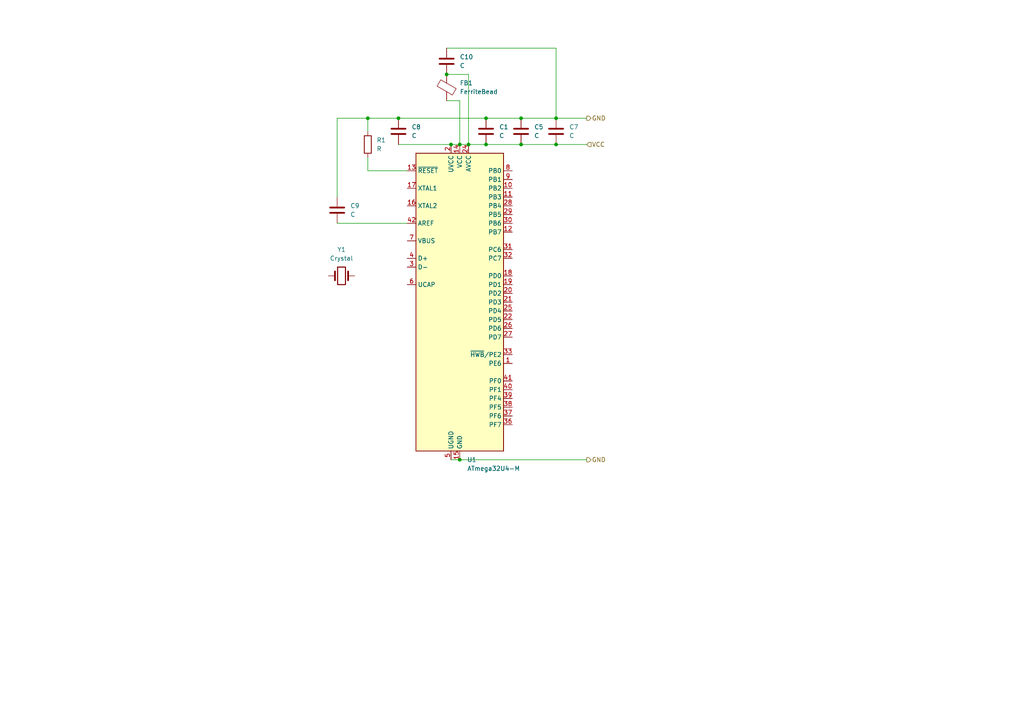
<source format=kicad_sch>
(kicad_sch (version 20250114) (generator "eeschema") (generator_version "9.0")
  (paper "A4")
  (title_block (title "A2SDI12") (date "2024-12-21") (rev "1"))
  (lib_symbols
    (symbol "Device:C" (pin_numbers (hide yes)) (pin_names (offset 0.254))
      (property "Reference" "C" (at 0.635 2.54 0))
      (property "Value" "C" (at 0.635 -2.54 0))
      (symbol "C_0_1"
        (polyline (pts (xy -2.032 0.762) (xy 2.032 0.762)) (stroke (width 0.508)))
        (polyline (pts (xy -2.032 -0.762) (xy 2.032 -0.762)) (stroke (width 0.508)))
      )
      (symbol "C_1_1"
        (pin passive line (at 0 3.81 270) (length 2.794) (name "~") (number "1"))
        (pin passive line (at 0 -3.81 90) (length 2.794) (name "~") (number "2"))
      )
    )
    (symbol "Device:Crystal" (pin_numbers (hide yes)) (pin_names (offset 1.016) (hide yes))
      (property "Reference" "Y" (at 0 3.81 0))
      (property "Value" "Crystal" (at 0 -3.81 0))
      (symbol "Crystal_0_1"
        (polyline (pts (xy -2.54 0) (xy -1.905 0)))
        (polyline (pts (xy -1.905 -1.27) (xy -1.905 1.27)) (stroke (width 0.508)))
        (rectangle (start -1.143 2.54) (end 1.143 -2.54) (stroke (width 0.3048)))
        (polyline (pts (xy 1.905 -1.27) (xy 1.905 1.27)) (stroke (width 0.508)))
        (polyline (pts (xy 2.54 0) (xy 1.905 0)))
      )
      (symbol "Crystal_1_1"
        (pin passive line (at -3.81 0 0) (length 1.27) (name "1") (number "1"))
        (pin passive line (at 3.81 0 180) (length 1.27) (name "2") (number "2"))
      )
    )
    (symbol "Device:FerriteBead" (pin_numbers (hide yes)) (pin_names (offset 0))
      (property "Reference" "FB" (at -3.81 0.635 90))
      (property "Value" "FerriteBead" (at 3.81 0 90))
      (symbol "FerriteBead_0_1"
        (polyline (pts (xy -2.7686 0.4064) (xy -1.7018 2.2606) (xy 2.7686 -0.3048) (xy 1.6764 -2.159) (xy -2.7686 0.4064)))
        (polyline (pts (xy 0 1.27) (xy 0 1.2954)))
        (polyline (pts (xy 0 -1.27) (xy 0 -1.2192)))
      )
      (symbol "FerriteBead_1_1"
        (pin passive line (at 0 3.81 270) (length 2.54) (name "~") (number "1"))
        (pin passive line (at 0 -3.81 90) (length 2.54) (name "~") (number "2"))
      )
    )
    (symbol "Device:R" (pin_numbers (hide yes)) (pin_names (offset 0))
      (property "Reference" "R" (at 2.032 0 90))
      (property "Value" "R" (at 0 0 90))
      (symbol "R_0_1"
        (rectangle (start -1.016 -2.54) (end 1.016 2.54) (stroke (width 0.254)))
      )
      (symbol "R_1_1"
        (pin passive line (at 0 3.81 270) (length 1.27) (name "~") (number "1"))
        (pin passive line (at 0 -3.81 90) (length 1.27) (name "~") (number "2"))
      )
    )
    (symbol "MCU_Microchip_ATmega:ATmega32U4-M"
      (property "Reference" "U" (at -12.7 44.45 0))
      (property "Value" "ATmega32U4-M" (at 2.54 -44.45 0))
      (symbol "ATmega32U4-M_0_1"
        (rectangle (start -12.7 -43.18) (end 12.7 43.18) (stroke (width 0.254)) (fill (type background)))
      )
      (symbol "ATmega32U4-M_1_1"
        (pin input line (at -15.24 38.1 0) (length 2.54) (name "~{RESET}") (number "13"))
        (pin input line (at -15.24 33.02 0) (length 2.54) (name "XTAL1") (number "17"))
        (pin output line (at -15.24 27.94 0) (length 2.54) (name "XTAL2") (number "16"))
        (pin passive line (at -15.24 22.86 0) (length 2.54) (name "AREF") (number "42"))
        (pin input line (at -15.24 17.78 0) (length 2.54) (name "VBUS") (number "7"))
        (pin bidirectional line (at -15.24 12.7 0) (length 2.54) (name "D+") (number "4"))
        (pin bidirectional line (at -15.24 10.16 0) (length 2.54) (name "D-") (number "3"))
        (pin passive line (at -15.24 5.08 0) (length 2.54) (name "UCAP") (number "6"))
        (pin power_in line (at -2.54 45.72 270) (length 2.54) (name "UVCC") (number "2"))
        (pin passive line (at -2.54 -45.72 90) (length 2.54) (name "UGND") (number "5"))
        (pin power_in line (at 0 45.72 270) (length 2.54) (name "VCC") (number "14"))
        (pin passive line (at 0 45.72 270) (length 2.54) (hide yes) (name "VCC") (number "34"))
        (pin power_in line (at 0 -45.72 90) (length 2.54) (name "GND") (number "15"))
        (pin passive line (at 0 -45.72 90) (length 2.54) (hide yes) (name "GND") (number "23"))
        (pin passive line (at 0 -45.72 90) (length 2.54) (hide yes) (name "GND") (number "35"))
        (pin passive line (at 0 -45.72 90) (length 2.54) (hide yes) (name "GND") (number "43"))
        (pin passive line (at 0 -45.72 90) (length 2.54) (hide yes) (name "GND") (number "45"))
        (pin power_in line (at 2.54 45.72 270) (length 2.54) (name "AVCC") (number "24"))
        (pin passive line (at 2.54 45.72 270) (length 2.54) (hide yes) (name "AVCC") (number "44"))
        (pin bidirectional line (at 15.24 38.1 180) (length 2.54) (name "PB0") (number "8"))
        (pin bidirectional line (at 15.24 35.56 180) (length 2.54) (name "PB1") (number "9"))
        (pin bidirectional line (at 15.24 33.02 180) (length 2.54) (name "PB2") (number "10"))
        (pin bidirectional line (at 15.24 30.48 180) (length 2.54) (name "PB3") (number "11"))
        (pin bidirectional line (at 15.24 27.94 180) (length 2.54) (name "PB4") (number "28"))
        (pin bidirectional line (at 15.24 25.4 180) (length 2.54) (name "PB5") (number "29"))
        (pin bidirectional line (at 15.24 22.86 180) (length 2.54) (name "PB6") (number "30"))
        (pin bidirectional line (at 15.24 20.32 180) (length 2.54) (name "PB7") (number "12"))
        (pin bidirectional line (at 15.24 15.24 180) (length 2.54) (name "PC6") (number "31"))
        (pin bidirectional line (at 15.24 12.7 180) (length 2.54) (name "PC7") (number "32"))
        (pin bidirectional line (at 15.24 7.62 180) (length 2.54) (name "PD0") (number "18"))
        (pin bidirectional line (at 15.24 5.08 180) (length 2.54) (name "PD1") (number "19"))
        (pin bidirectional line (at 15.24 2.54 180) (length 2.54) (name "PD2") (number "20"))
        (pin bidirectional line (at 15.24 0 180) (length 2.54) (name "PD3") (number "21"))
        (pin bidirectional line (at 15.24 -2.54 180) (length 2.54) (name "PD4") (number "25"))
        (pin bidirectional line (at 15.24 -5.08 180) (length 2.54) (name "PD5") (number "22"))
        (pin bidirectional line (at 15.24 -7.62 180) (length 2.54) (name "PD6") (number "26"))
        (pin bidirectional line (at 15.24 -10.16 180) (length 2.54) (name "PD7") (number "27"))
        (pin bidirectional line (at 15.24 -15.24 180) (length 2.54) (name "~{HWB}/PE2") (number "33"))
        (pin bidirectional line (at 15.24 -17.78 180) (length 2.54) (name "PE6") (number "1"))
        (pin bidirectional line (at 15.24 -22.86 180) (length 2.54) (name "PF0") (number "41"))
        (pin bidirectional line (at 15.24 -25.4 180) (length 2.54) (name "PF1") (number "40"))
        (pin bidirectional line (at 15.24 -27.94 180) (length 2.54) (name "PF4") (number "39"))
        (pin bidirectional line (at 15.24 -30.48 180) (length 2.54) (name "PF5") (number "38"))
        (pin bidirectional line (at 15.24 -33.02 180) (length 2.54) (name "PF6") (number "37"))
        (pin bidirectional line (at 15.24 -35.56 180) (length 2.54) (name "PF7") (number "36"))
      )
    )
  )
  (junction (at 140.97 34.29))
  (junction (at 151.13 34.29))
  (junction (at 140.97 41.91))
  (junction (at 133.35 41.91))
  (junction (at 161.29 41.91))
  (junction (at 130.81 41.91))
  (junction (at 106.68 34.29))
  (junction (at 133.35 133.35))
  (junction (at 151.13 41.91))
  (junction (at 115.57 34.29))
  (junction (at 161.29 34.29))
  (junction (at 129.54 21.59))
  (junction (at 135.89 41.91))
  (wire (pts (xy 106.68 34.29) (xy 115.57 34.29)))
  (wire (pts (xy 115.57 34.29) (xy 140.97 34.29)))
  (wire (pts (xy 97.79 34.29) (xy 106.68 34.29)))
  (wire (pts (xy 133.35 41.91) (xy 135.89 41.91)))
  (wire (pts (xy 129.54 13.97) (xy 161.29 13.97)))
  (wire (pts (xy 140.97 34.29) (xy 151.13 34.29)))
  (wire (pts (xy 140.97 41.91) (xy 151.13 41.91)))
  (wire (pts (xy 135.89 41.91) (xy 140.97 41.91)))
  (wire (pts (xy 129.54 21.59) (xy 135.89 21.59)))
  (wire (pts (xy 161.29 13.97) (xy 161.29 34.29)))
  (wire (pts (xy 106.68 38.1) (xy 106.68 34.29)))
  (wire (pts (xy 97.79 57.15) (xy 97.79 34.29)))
  (wire (pts (xy 130.81 41.91) (xy 133.35 41.91)))
  (wire (pts (xy 161.29 34.29) (xy 170.18 34.29)))
  (wire (pts (xy 106.68 49.53) (xy 118.11 49.53)))
  (wire (pts (xy 135.89 21.59) (xy 135.89 41.91)))
  (wire (pts (xy 97.79 64.77) (xy 118.11 64.77)))
  (wire (pts (xy 115.57 41.91) (xy 130.81 41.91)))
  (wire (pts (xy 133.35 133.35) (xy 170.18 133.35)))
  (wire (pts (xy 151.13 41.91) (xy 161.29 41.91)))
  (wire (pts (xy 130.81 133.35) (xy 133.35 133.35)))
  (wire (pts (xy 133.35 41.91) (xy 133.35 29.21)))
  (wire (pts (xy 106.68 49.53) (xy 106.68 45.72)))
  (wire (pts (xy 133.35 29.21) (xy 129.54 29.21)))
  (wire (pts (xy 161.29 41.91) (xy 170.18 41.91)))
  (wire (pts (xy 151.13 34.29) (xy 161.29 34.29)))
  (hierarchical_label "VCC" (shape input) (at 170.18 41.91 0))
  (hierarchical_label "GND" (shape output) (at 170.18 133.35 0))
  (hierarchical_label "GND" (shape output) (at 170.18 34.29 0))
  (symbol (lib_id "MCU_Microchip_ATmega:ATmega32U4-M") (at 133.35 87.63 0) (unit 1)
    (property "Reference" "U1" (at 135.4933 133.35 0) (effects (justify left)))
    (property "Value" "ATmega32U4-M" (at 135.4933 135.89 0) (effects (justify left)))
    (property "Footprint" "Package_DFN_QFN:QFN-44-1EP_7x7mm_P0.5mm_EP5.2x5.2mm" (effects (hide yes)))
    (property "Datasheet" "http://ww1.microchip.com/downloads/en/DeviceDoc/Atmel-7766-8-bit-AVR-ATmega16U4-32U4_Datasheet.pdf" (effects (hide yes)))
    (property "Description" "16MHz, 32kB Flash, 2.5kB SRAM, 1kB EEPROM, USB 2.0, QFN-44" (effects (hide yes)))
  )
  (symbol (lib_id "Device:C") (at 140.97 38.1 180) (unit 1)
    (property "Reference" "C1" (at 144.78 36.8299 0) (effects (justify right)))
    (property "Value" "C" (at 144.78 39.3699 0) (effects (justify right)))
    (property "Footprint" "Capacitor_SMD:C_0603_1608Metric" (effects (hide yes)))
    (property "Description" "Unpolarized capacitor" (effects (hide yes)))
    (property "MPN" "100nF" (effects (hide yes)))
  )
  (symbol (lib_id "Device:R") (at 106.68 41.91 0) (unit 1)
    (property "Reference" "R1" (at 109.22 40.6399 0) (effects (justify left)))
    (property "Value" "R" (at 109.22 43.1799 0) (effects (justify left)))
    (property "Footprint" "Resistor_SMD:R_0402_1005Metric" (effects (hide yes)))
    (property "Description" "Resistor" (effects (hide yes)))
    (property "MPN" "10k 0402" (effects (hide yes)))
  )
  (symbol (lib_id "Device:C") (at 115.57 38.1 180) (unit 1)
    (property "Reference" "C8" (at 119.38 36.8299 0) (effects (justify right)))
    (property "Value" "C" (at 119.38 39.3699 0) (effects (justify right)))
    (property "Footprint" "Capacitor_SMD:C_0603_1608Metric" (effects (hide yes)))
    (property "Description" "Unpolarized capacitor" (effects (hide yes)))
    (property "MPN" "10uF" (effects (hide yes)))
  )
  (symbol (lib_id "Device:Crystal") (at 99.06 80.01 0) (unit 1)
    (property "Reference" "Y1" (at 99.06 72.39 0))
    (property "Value" "Crystal" (at 99.06 74.93 0))
    (property "Footprint" "Crystal:Crystal_SMD_2012-2Pin_2.0x1.2mm" (effects (hide yes)))
    (property "Description" "Two pin crystal" (effects (hide yes)))
  )
  (symbol (lib_id "Device:FerriteBead") (at 129.54 25.4 0) (unit 1)
    (property "Reference" "FB1" (at 133.35 24.0791 0) (effects (justify left)))
    (property "Value" "FerriteBead" (at 133.35 26.6191 0) (effects (justify left)))
    (property "Footprint" "Inductor_SMD:L_0603_1608Metric" (effects (hide yes)))
    (property "Description" "Ferrite bead" (effects (hide yes)))
  )
  (symbol (lib_id "Device:C") (at 151.13 38.1 180) (unit 1)
    (property "Reference" "C5" (at 154.94 36.8299 0) (effects (justify right)))
    (property "Value" "C" (at 154.94 39.3699 0) (effects (justify right)))
    (property "Footprint" "Capacitor_SMD:C_0603_1608Metric" (effects (hide yes)))
    (property "Description" "Unpolarized capacitor" (effects (hide yes)))
    (property "MPN" "100nF" (effects (hide yes)))
  )
  (symbol (lib_id "Device:C") (at 129.54 17.78 180) (unit 1)
    (property "Reference" "C10" (at 133.35 16.5099 0) (effects (justify right)))
    (property "Value" "C" (at 133.35 19.0499 0) (effects (justify right)))
    (property "Footprint" "Capacitor_SMD:C_0603_1608Metric" (effects (hide yes)))
    (property "Description" "Unpolarized capacitor" (effects (hide yes)))
    (property "MPN" "100nF" (effects (hide yes)))
  )
  (symbol (lib_id "Device:C") (at 97.79 60.96 180) (unit 1)
    (property "Reference" "C9" (at 101.6 59.6899 0) (effects (justify right)))
    (property "Value" "C" (at 101.6 62.2299 0) (effects (justify right)))
    (property "Footprint" "Capacitor_SMD:C_0603_1608Metric" (effects (hide yes)))
    (property "Description" "Unpolarized capacitor" (effects (hide yes)))
    (property "MPN" "100nF" (effects (hide yes)))
  )
  (symbol (lib_id "Device:C") (at 161.29 38.1 180) (unit 1)
    (property "Reference" "C7" (at 165.1 36.8299 0) (effects (justify right)))
    (property "Value" "C" (at 165.1 39.3699 0) (effects (justify right)))
    (property "Footprint" "Capacitor_SMD:C_0603_1608Metric" (effects (hide yes)))
    (property "Description" "Unpolarized capacitor" (effects (hide yes)))
    (property "MPN" "100nF" (effects (hide yes)))
  )
)
</source>
